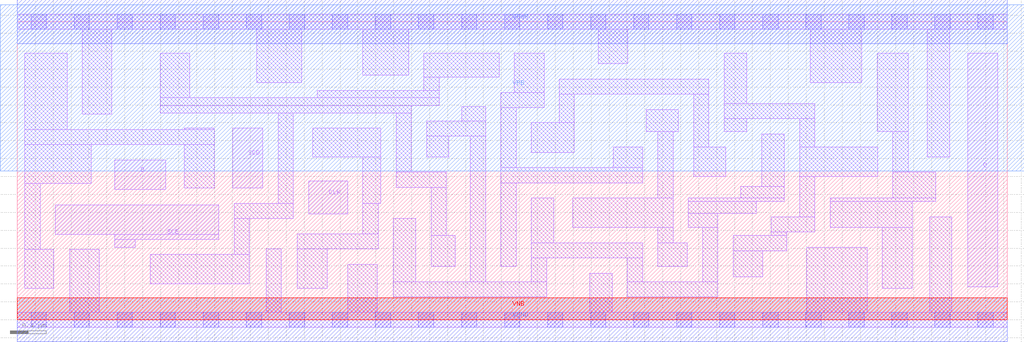
<source format=lef>
# Copyright 2020 The SkyWater PDK Authors
#
# Licensed under the Apache License, Version 2.0 (the "License");
# you may not use this file except in compliance with the License.
# You may obtain a copy of the License at
#
#     https://www.apache.org/licenses/LICENSE-2.0
#
# Unless required by applicable law or agreed to in writing, software
# distributed under the License is distributed on an "AS IS" BASIS,
# WITHOUT WARRANTIES OR CONDITIONS OF ANY KIND, either express or implied.
# See the License for the specific language governing permissions and
# limitations under the License.
#
# SPDX-License-Identifier: Apache-2.0

VERSION 5.7 ;
  NOWIREEXTENSIONATPIN ON ;
  DIVIDERCHAR "/" ;
  BUSBITCHARS "[]" ;
MACRO sky130_fd_sc_ls__sdfxtp_1
  CLASS CORE ;
  FOREIGN sky130_fd_sc_ls__sdfxtp_1 ;
  ORIGIN  0.000000  0.000000 ;
  SIZE  11.04000 BY  3.330000 ;
  SYMMETRY X Y ;
  SITE unit ;
  PIN D
    ANTENNAGATEAREA  0.159000 ;
    DIRECTION INPUT ;
    USE SIGNAL ;
    PORT
      LAYER li1 ;
        RECT 1.085000 1.455000 1.655000 1.785000 ;
    END
  END D
  PIN Q
    ANTENNADIFFAREA  0.528300 ;
    DIRECTION OUTPUT ;
    USE SIGNAL ;
    PORT
      LAYER li1 ;
        RECT 10.600000 0.370000 10.935000 2.980000 ;
    END
  END Q
  PIN SCD
    ANTENNAGATEAREA  0.159000 ;
    DIRECTION INPUT ;
    USE SIGNAL ;
    PORT
      LAYER li1 ;
        RECT 2.405000 1.470000 2.740000 2.140000 ;
    END
  END SCD
  PIN SCE
    ANTENNAGATEAREA  0.318000 ;
    DIRECTION INPUT ;
    USE SIGNAL ;
    PORT
      LAYER li1 ;
        RECT 0.425000 0.955000 2.250000 1.285000 ;
        RECT 1.085000 0.810000 1.315000 0.900000 ;
        RECT 1.085000 0.900000 2.250000 0.955000 ;
    END
  END SCE
  PIN VNB
    PORT
      LAYER pwell ;
        RECT 0.000000 0.000000 11.040000 0.245000 ;
    END
  END VNB
  PIN VPB
    PORT
      LAYER nwell ;
        RECT -0.190000 1.660000 11.230000 3.520000 ;
    END
  END VPB
  PIN CLK
    ANTENNAGATEAREA  0.279000 ;
    DIRECTION INPUT ;
    USE CLOCK ;
    PORT
      LAYER li1 ;
        RECT 3.250000 1.180000 3.685000 1.550000 ;
    END
  END CLK
  PIN VGND
    DIRECTION INOUT ;
    SHAPE ABUTMENT ;
    USE GROUND ;
    PORT
      LAYER met1 ;
        RECT 0.000000 -0.245000 11.040000 0.245000 ;
    END
  END VGND
  PIN VPWR
    DIRECTION INOUT ;
    SHAPE ABUTMENT ;
    USE POWER ;
    PORT
      LAYER met1 ;
        RECT 0.000000 3.085000 11.040000 3.575000 ;
    END
  END VPWR
  OBS
    LAYER li1 ;
      RECT  0.000000 -0.085000 11.040000 0.085000 ;
      RECT  0.000000  3.245000 11.040000 3.415000 ;
      RECT  0.085000  0.350000  0.405000 0.785000 ;
      RECT  0.085000  0.785000  0.255000 1.525000 ;
      RECT  0.085000  1.525000  0.825000 1.955000 ;
      RECT  0.085000  1.955000  2.195000 2.125000 ;
      RECT  0.085000  2.125000  0.555000 2.980000 ;
      RECT  0.585000  0.085000  0.915000 0.785000 ;
      RECT  0.725000  2.300000  1.055000 3.245000 ;
      RECT  1.485000  0.400000  2.590000 0.730000 ;
      RECT  1.595000  2.310000  4.395000 2.390000 ;
      RECT  1.595000  2.390000  4.705000 2.480000 ;
      RECT  1.595000  2.480000  1.925000 2.980000 ;
      RECT  1.865000  1.470000  2.195000 1.955000 ;
      RECT  1.865000  2.125000  2.195000 2.140000 ;
      RECT  2.420000  0.730000  2.590000 1.130000 ;
      RECT  2.420000  1.130000  3.080000 1.300000 ;
      RECT  2.670000  2.650000  3.175000 3.245000 ;
      RECT  2.775000  0.085000  2.945000 0.790000 ;
      RECT  2.910000  1.300000  3.080000 2.310000 ;
      RECT  3.125000  0.350000  3.455000 0.790000 ;
      RECT  3.125000  0.790000  4.025000 0.960000 ;
      RECT  3.295000  1.820000  4.055000 2.140000 ;
      RECT  3.345000  2.480000  4.705000 2.560000 ;
      RECT  3.685000  0.085000  4.015000 0.620000 ;
      RECT  3.855000  0.960000  4.025000 1.300000 ;
      RECT  3.855000  1.300000  4.055000 1.820000 ;
      RECT  3.855000  2.730000  4.365000 3.245000 ;
      RECT  4.195000  0.255000  5.905000 0.425000 ;
      RECT  4.195000  0.425000  4.445000 1.130000 ;
      RECT  4.225000  1.480000  4.785000 1.650000 ;
      RECT  4.225000  1.650000  4.395000 2.310000 ;
      RECT  4.535000  2.560000  4.705000 2.710000 ;
      RECT  4.535000  2.710000  5.375000 2.980000 ;
      RECT  4.565000  1.820000  4.815000 2.050000 ;
      RECT  4.565000  2.050000  5.225000 2.220000 ;
      RECT  4.615000  0.595000  4.885000 0.940000 ;
      RECT  4.615000  0.940000  4.785000 1.480000 ;
      RECT  4.955000  2.220000  5.225000 2.380000 ;
      RECT  5.055000  0.425000  5.225000 2.050000 ;
      RECT  5.395000  0.595000  5.565000 1.530000 ;
      RECT  5.395000  1.530000  6.975000 1.700000 ;
      RECT  5.395000  1.700000  5.565000 2.370000 ;
      RECT  5.395000  2.370000  5.875000 2.540000 ;
      RECT  5.545000  2.540000  5.875000 2.980000 ;
      RECT  5.735000  0.425000  5.905000 0.690000 ;
      RECT  5.735000  0.690000  6.975000 0.860000 ;
      RECT  5.735000  0.860000  5.985000 1.360000 ;
      RECT  5.735000  1.870000  6.215000 2.200000 ;
      RECT  6.045000  2.200000  6.215000 2.520000 ;
      RECT  6.045000  2.520000  7.715000 2.690000 ;
      RECT  6.195000  1.030000  7.315000 1.360000 ;
      RECT  6.385000  0.085000  6.635000 0.520000 ;
      RECT  6.480000  2.860000  6.810000 3.245000 ;
      RECT  6.645000  1.700000  6.975000 1.930000 ;
      RECT  6.805000  0.255000  7.815000 0.425000 ;
      RECT  6.805000  0.425000  6.975000 0.690000 ;
      RECT  7.015000  2.100000  7.375000 2.350000 ;
      RECT  7.145000  0.595000  7.475000 0.860000 ;
      RECT  7.145000  0.860000  7.315000 1.030000 ;
      RECT  7.145000  1.360000  7.315000 2.100000 ;
      RECT  7.485000  1.030000  7.815000 1.190000 ;
      RECT  7.485000  1.190000  8.240000 1.320000 ;
      RECT  7.485000  1.320000  8.555000 1.360000 ;
      RECT  7.545000  1.600000  7.900000 1.930000 ;
      RECT  7.545000  1.930000  7.715000 2.520000 ;
      RECT  7.645000  0.425000  7.815000 1.030000 ;
      RECT  7.885000  2.100000  8.135000 2.245000 ;
      RECT  7.885000  2.245000  8.895000 2.415000 ;
      RECT  7.885000  2.415000  8.135000 2.980000 ;
      RECT  7.985000  0.480000  8.315000 0.770000 ;
      RECT  7.985000  0.770000  8.580000 0.940000 ;
      RECT  8.070000  1.360000  8.555000 1.490000 ;
      RECT  8.305000  1.490000  8.555000 2.075000 ;
      RECT  8.410000  0.940000  8.580000 0.980000 ;
      RECT  8.410000  0.980000  8.895000 1.150000 ;
      RECT  8.725000  1.150000  8.895000 1.600000 ;
      RECT  8.725000  1.600000  9.595000 1.930000 ;
      RECT  8.725000  1.930000  8.895000 2.245000 ;
      RECT  8.805000  0.085000  9.480000 0.810000 ;
      RECT  8.845000  2.650000  9.420000 3.245000 ;
      RECT  9.065000  1.030000  9.980000 1.320000 ;
      RECT  9.065000  1.320000 10.245000 1.360000 ;
      RECT  9.590000  2.100000  9.935000 2.980000 ;
      RECT  9.650000  0.350000  9.980000 1.030000 ;
      RECT  9.765000  1.360000 10.245000 1.650000 ;
      RECT  9.765000  1.650000  9.935000 2.100000 ;
      RECT 10.150000  1.820000 10.400000 3.245000 ;
      RECT 10.175000  0.085000 10.425000 1.150000 ;
    LAYER mcon ;
      RECT  0.155000 -0.085000  0.325000 0.085000 ;
      RECT  0.155000  3.245000  0.325000 3.415000 ;
      RECT  0.635000 -0.085000  0.805000 0.085000 ;
      RECT  0.635000  3.245000  0.805000 3.415000 ;
      RECT  1.115000 -0.085000  1.285000 0.085000 ;
      RECT  1.115000  3.245000  1.285000 3.415000 ;
      RECT  1.595000 -0.085000  1.765000 0.085000 ;
      RECT  1.595000  3.245000  1.765000 3.415000 ;
      RECT  2.075000 -0.085000  2.245000 0.085000 ;
      RECT  2.075000  3.245000  2.245000 3.415000 ;
      RECT  2.555000 -0.085000  2.725000 0.085000 ;
      RECT  2.555000  3.245000  2.725000 3.415000 ;
      RECT  3.035000 -0.085000  3.205000 0.085000 ;
      RECT  3.035000  3.245000  3.205000 3.415000 ;
      RECT  3.515000 -0.085000  3.685000 0.085000 ;
      RECT  3.515000  3.245000  3.685000 3.415000 ;
      RECT  3.995000 -0.085000  4.165000 0.085000 ;
      RECT  3.995000  3.245000  4.165000 3.415000 ;
      RECT  4.475000 -0.085000  4.645000 0.085000 ;
      RECT  4.475000  3.245000  4.645000 3.415000 ;
      RECT  4.955000 -0.085000  5.125000 0.085000 ;
      RECT  4.955000  3.245000  5.125000 3.415000 ;
      RECT  5.435000 -0.085000  5.605000 0.085000 ;
      RECT  5.435000  3.245000  5.605000 3.415000 ;
      RECT  5.915000 -0.085000  6.085000 0.085000 ;
      RECT  5.915000  3.245000  6.085000 3.415000 ;
      RECT  6.395000 -0.085000  6.565000 0.085000 ;
      RECT  6.395000  3.245000  6.565000 3.415000 ;
      RECT  6.875000 -0.085000  7.045000 0.085000 ;
      RECT  6.875000  3.245000  7.045000 3.415000 ;
      RECT  7.355000 -0.085000  7.525000 0.085000 ;
      RECT  7.355000  3.245000  7.525000 3.415000 ;
      RECT  7.835000 -0.085000  8.005000 0.085000 ;
      RECT  7.835000  3.245000  8.005000 3.415000 ;
      RECT  8.315000 -0.085000  8.485000 0.085000 ;
      RECT  8.315000  3.245000  8.485000 3.415000 ;
      RECT  8.795000 -0.085000  8.965000 0.085000 ;
      RECT  8.795000  3.245000  8.965000 3.415000 ;
      RECT  9.275000 -0.085000  9.445000 0.085000 ;
      RECT  9.275000  3.245000  9.445000 3.415000 ;
      RECT  9.755000 -0.085000  9.925000 0.085000 ;
      RECT  9.755000  3.245000  9.925000 3.415000 ;
      RECT 10.235000 -0.085000 10.405000 0.085000 ;
      RECT 10.235000  3.245000 10.405000 3.415000 ;
      RECT 10.715000 -0.085000 10.885000 0.085000 ;
      RECT 10.715000  3.245000 10.885000 3.415000 ;
  END
END sky130_fd_sc_ls__sdfxtp_1
END LIBRARY

</source>
